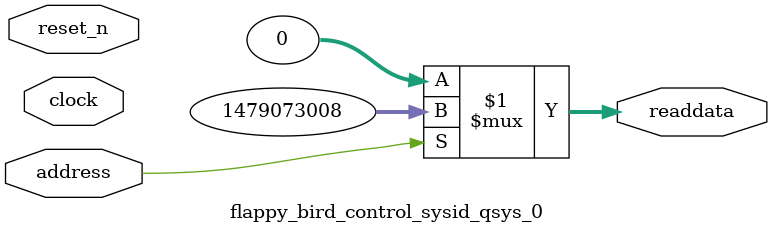
<source format=v>

`timescale 1ns / 1ps
// synthesis translate_on

// turn off superfluous verilog processor warnings 
// altera message_level Level1 
// altera message_off 10034 10035 10036 10037 10230 10240 10030 

module flappy_bird_control_sysid_qsys_0 (
               // inputs:
                address,
                clock,
                reset_n,

               // outputs:
                readdata
             )
;

  output  [ 31: 0] readdata;
  input            address;
  input            clock;
  input            reset_n;

  wire    [ 31: 0] readdata;
  //control_slave, which is an e_avalon_slave
  assign readdata = address ? 1479073008 : 0;

endmodule




</source>
